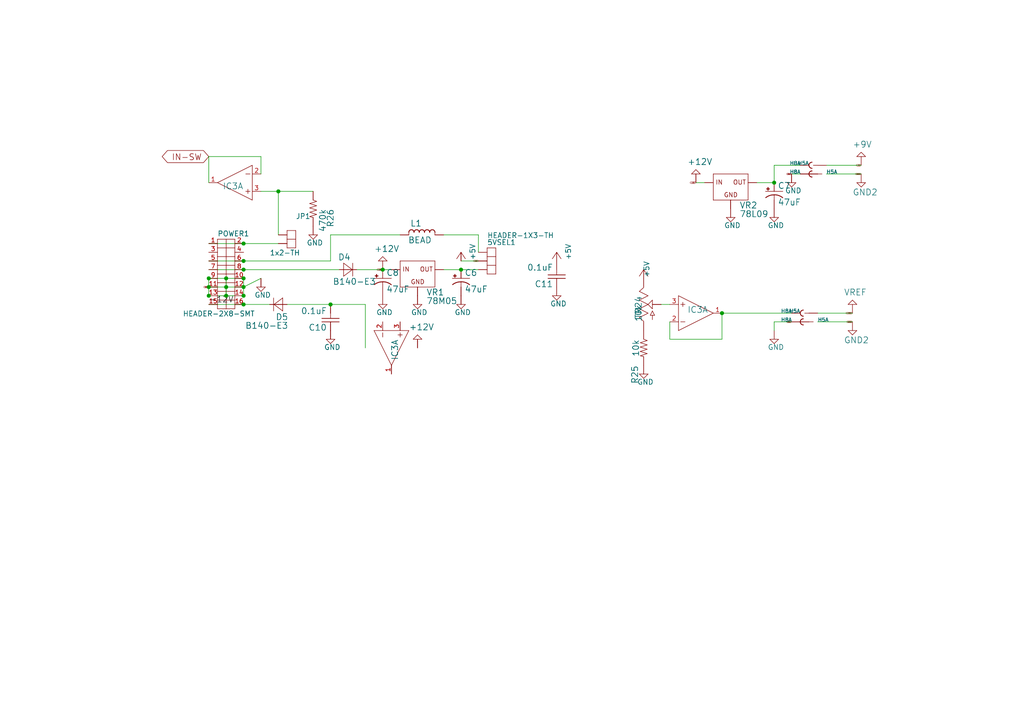
<source format=kicad_sch>
(kicad_sch (version 20210615) (generator eeschema)
  (paper "User" 299.009 210.007)
  (lib_symbols
    (symbol "clocker-12b-eagle-import:+12V" (power) (pin_names (offset 1.016))
      (property "Value" "+12V" (at -2.54 2.54 0))
      (symbol "+12V_1_0"
        (polyline (pts (xy -1.27 0) (xy 1.27 0)))
        (polyline (pts (xy 0 1.27) (xy -1.27 0)))
        (polyline (pts (xy 1.27 0) (xy 0 1.27)))
        (pin power_in line (at 0 -2.54 90) (length 2.54) (name "+12V") (number "1"))
      )
    )
    (symbol "clocker-12b-eagle-import:+5V" (power) (pin_names (offset 1.016))
      (property "Value" "+5V" (at -2.54 -5.08 90))
      (symbol "+5V_1_0"
        (polyline (pts (xy 0 0) (xy -1.27 -1.905)))
        (polyline (pts (xy 1.27 -1.905) (xy 0 0)))
        (pin power_in line (at 0 -2.54 90) (length 2.54) (name "+5V") (number "1"))
      )
    )
    (symbol "clocker-12b-eagle-import:+9V" (power) (pin_names (offset 1.016))
      (property "Value" "+9V" (at -2.54 2.54 0))
      (symbol "+9V_1_0"
        (polyline (pts (xy -1.27 0) (xy 1.27 0)))
        (polyline (pts (xy 0 1.27) (xy -1.27 0)))
        (polyline (pts (xy 1.27 0) (xy 0 1.27)))
        (pin power_in line (at 0 -2.54 90) (length 2.54) (name "+9V") (number "1"))
      )
    )
    (symbol "clocker-12b-eagle-import:AGND" (power) (pin_names (offset 1.016))
      (property "Value" "AGND" (at -2.54 -3.81 0))
      (symbol "AGND_1_0"
        (polyline (pts (xy -1.27 0) (xy 0 -1.27)))
        (polyline (pts (xy 0 -1.27) (xy 1.27 0)))
        (polyline (pts (xy 1.27 0) (xy -1.27 0)))
        (pin power_in line (at 0 2.54 270) (length 2.54) (name "AGND") (number "1"))
      )
    )
    (symbol "clocker-12b-eagle-import:C-POL5" (pin_names (offset 1.016))
      (property "Reference" "C" (at 1.016 0.635 0))
      (property "Value" "C-POL5" (at 1.016 -4.191 0))
      (symbol "C-POL5_1_0"
        (arc (start 0 -1.016) (end -2.4638 -1.8288) (radius (at 0 -5.0546) (length 4.0386) (angles 90 127.4)) (stroke (width 0.254)))
        (arc (start 2.4892 -1.8542) (end 0 -0.9906) (radius (at 0 -5.0292) (length 4.0386) (angles 51.9 90)) (stroke (width 0.254)))
        (rectangle (start -2.2352 0.6604) (end -1.3462 0.7874) (fill (type outline)))
        (rectangle (start -1.8542 0.2794) (end -1.7272 1.1684) (fill (type outline)))
        (polyline (pts (xy -2.54 0) (xy 2.54 0)))
        (polyline (pts (xy 0 -1.016) (xy 0 -2.54)))
        (pin passive line (at 0 2.54 270) (length 2.54) (name "+") (number "+"))
        (pin passive line (at 0 -5.08 90) (length 2.54) (name "-") (number "-"))
      )
    )
    (symbol "clocker-12b-eagle-import:CB" (pin_names (offset 1.016))
      (property "Reference" "C" (at 1.016 0.635 0))
      (property "Value" "CB" (at 1.016 -4.191 0))
      (symbol "CB_1_0"
        (polyline (pts (xy -2.54 -1.016) (xy 2.54 -1.016)))
        (polyline (pts (xy -2.54 -1.016) (xy 2.54 -1.016)))
        (polyline (pts (xy -2.54 0) (xy 2.54 0)))
        (polyline (pts (xy -2.54 0) (xy 2.54 0)))
        (polyline (pts (xy 0 -1.016) (xy 0 -2.54)))
        (pin passive line (at 0 2.54 270) (length 2.54) (name "1") (number "1"))
        (pin passive line (at 0 -5.08 90) (length 2.54) (name "2") (number "2"))
      )
    )
    (symbol "clocker-12b-eagle-import:DA" (pin_names (offset 1.016))
      (property "Reference" "D" (at -2.9464 2.6416 0))
      (property "Value" "DA" (at -4.4704 -4.4958 0))
      (symbol "DA_1_0"
        (polyline (pts (xy -1.27 -1.905) (xy 1.27 0)))
        (polyline (pts (xy -1.27 1.905) (xy -1.27 -1.905)))
        (polyline (pts (xy 1.27 0) (xy -1.27 1.905)))
        (polyline (pts (xy 1.397 1.905) (xy 1.397 -1.905)))
        (pin passive line (at -2.54 0 0) (length 2.54) (name "A") (number "A"))
        (pin passive line (at 2.54 0 180) (length 2.54) (name "C") (number "K"))
      )
    )
    (symbol "clocker-12b-eagle-import:GND" (power) (pin_names (offset 1.016))
      (property "Value" "GND" (at -1.905 -3.175 0))
      (symbol "GND_1_0"
        (polyline (pts (xy -1.27 0) (xy 1.27 0)))
        (polyline (pts (xy 0 -1.27) (xy -1.27 0)))
        (polyline (pts (xy 1.27 0) (xy 0 -1.27)))
        (pin power_in line (at 0 2.54 270) (length 2.54) (name "GND") (number "1"))
      )
    )
    (symbol "clocker-12b-eagle-import:HEADER-1X2" (pin_names (offset 1.016))
      (property "Reference" "H" (at -2.54 4.572 0))
      (property "Value" "HEADER-1X2" (at -2.54 -3.556 0))
      (symbol "HEADER-1X2_1_0"
        (polyline (pts (xy -2.54 -1.27) (xy 0 -1.27)))
        (polyline (pts (xy -2.54 1.27) (xy -2.54 -1.27)))
        (polyline (pts (xy -2.54 3.81) (xy -2.54 1.27)))
        (polyline (pts (xy 0 1.27) (xy -2.54 1.27)))
        (polyline (pts (xy 0 1.27) (xy 0 -1.27)))
        (polyline (pts (xy 0 3.81) (xy -2.54 3.81)))
        (polyline (pts (xy 0 3.81) (xy 0 1.27)))
        (pin bidirectional line (at -5.08 2.54 0) (length 2.54) (name "P$1") (number "P$1"))
        (pin bidirectional line (at -5.08 0 0) (length 2.54) (name "P$2") (number "P$2"))
      )
    )
    (symbol "clocker-12b-eagle-import:HEADER-1X3" (pin_names (offset 1.016))
      (property "Reference" "JP" (at 0 7.112 0))
      (property "Value" "HEADER-1X3" (at 0 -3.556 0))
      (symbol "HEADER-1X3_1_0"
        (polyline (pts (xy 0 -1.27) (xy 0 1.27)))
        (polyline (pts (xy 0 1.27) (xy 2.54 1.27)))
        (polyline (pts (xy 0 3.81) (xy 0 1.27)))
        (polyline (pts (xy 0 6.35) (xy 0 3.81)))
        (polyline (pts (xy 2.54 -1.27) (xy 0 -1.27)))
        (polyline (pts (xy 2.54 1.27) (xy 2.54 -1.27)))
        (polyline (pts (xy 2.54 3.81) (xy 0 3.81)))
        (polyline (pts (xy 2.54 3.81) (xy 2.54 1.27)))
        (polyline (pts (xy 2.54 6.35) (xy 0 6.35)))
        (polyline (pts (xy 2.54 6.35) (xy 2.54 3.81)))
        (pin bidirectional line (at -2.54 5.08 0) (length 2.54) (name "P$1") (number "P$1"))
        (pin bidirectional line (at -2.54 2.54 0) (length 2.54) (name "P$2") (number "P$2"))
        (pin bidirectional line (at -2.54 0 0) (length 2.54) (name "P$3") (number "P$3"))
      )
    )
    (symbol "clocker-12b-eagle-import:HEADER-2X3-B2B-FEMALETH-BOT" (pin_names (offset 1.016))
      (property "Reference" "H" (at 0.127 0 0))
      (symbol "HEADER-2X3-B2B-FEMALETH-BOT_1_0"
        (arc (start 3.429 0.889) (end 3.429 -0.889) (radius (at 3.429 0) (length 0.889) (angles 90.1 -90.1)) (stroke (width 0.254)))
        (pin passive line (at 0 0 0) (length 2.54) (name "B") (number "P$1"))
      )
      (symbol "HEADER-2X3-B2B-FEMALETH-BOT_2_0"
        (arc (start 3.429 0.889) (end 3.429 -0.889) (radius (at 3.429 0) (length 0.889) (angles 90.1 -90.1)) (stroke (width 0.254)))
        (pin passive line (at 0 0 0) (length 2.54) (name "B") (number "P$2"))
      )
      (symbol "HEADER-2X3-B2B-FEMALETH-BOT_3_0"
        (arc (start 3.429 0.889) (end 3.429 -0.889) (radius (at 3.429 0) (length 0.889) (angles 90.1 -90.1)) (stroke (width 0.254)))
        (pin passive line (at 0 0 0) (length 2.54) (name "B") (number "P$3"))
      )
      (symbol "HEADER-2X3-B2B-FEMALETH-BOT_4_0"
        (arc (start 3.429 0.889) (end 3.429 -0.889) (radius (at 3.429 0) (length 0.889) (angles 90.1 -90.1)) (stroke (width 0.254)))
        (pin passive line (at 0 0 0) (length 2.54) (name "B") (number "P$4"))
      )
      (symbol "HEADER-2X3-B2B-FEMALETH-BOT_5_0"
        (arc (start 3.429 0.889) (end 3.429 -0.889) (radius (at 3.429 0) (length 0.889) (angles 90.1 -90.1)) (stroke (width 0.254)))
        (pin passive line (at 0 0 0) (length 2.54) (name "B") (number "P$5"))
      )
      (symbol "HEADER-2X3-B2B-FEMALETH-BOT_6_0"
        (arc (start 3.429 0.889) (end 3.429 -0.889) (radius (at 3.429 0) (length 0.889) (angles 90.1 -90.1)) (stroke (width 0.254)))
        (pin passive line (at 0 0 0) (length 2.54) (name "B") (number "P$6"))
      )
    )
    (symbol "clocker-12b-eagle-import:HEADER-2X3-B2B-MALESMT" (pin_names (offset 1.016))
      (property "Reference" "H" (at 2.54 0 0))
      (symbol "HEADER-2X3-B2B-MALESMT_1_0"
        (polyline (pts (xy 0 0) (xy 1.27 0)))
        (pin passive line (at -2.54 0 0) (length 2.54) (name "S") (number "1"))
      )
      (symbol "HEADER-2X3-B2B-MALESMT_2_0"
        (polyline (pts (xy 0 0) (xy 1.27 0)))
        (pin passive line (at -2.54 0 0) (length 2.54) (name "S") (number "3"))
      )
      (symbol "HEADER-2X3-B2B-MALESMT_3_0"
        (polyline (pts (xy 0 0) (xy 1.27 0)))
        (pin passive line (at -2.54 0 0) (length 2.54) (name "S") (number "5"))
      )
      (symbol "HEADER-2X3-B2B-MALESMT_4_0"
        (polyline (pts (xy 0 0) (xy -1.27 0)))
        (pin passive line (at 2.54 0 180) (length 2.54) (name "S") (number "2"))
      )
      (symbol "HEADER-2X3-B2B-MALESMT_5_0"
        (polyline (pts (xy 0 0) (xy -1.27 0)))
        (pin passive line (at 2.54 0 180) (length 2.54) (name "S") (number "4"))
      )
      (symbol "HEADER-2X3-B2B-MALESMT_6_0"
        (polyline (pts (xy 0 0) (xy -1.27 0)))
        (pin passive line (at 2.54 0 180) (length 2.54) (name "S") (number "6"))
      )
    )
    (symbol "clocker-12b-eagle-import:HEADER-2X8SHRD" (pin_names (offset 1.016))
      (property "Reference" "H" (at -2.54 12.192 0))
      (property "Value" "HEADER-2X8SHRD" (at -2.54 -11.176 0))
      (symbol "HEADER-2X8SHRD_1_0"
        (polyline (pts (xy -2.54 -8.89) (xy 0 -8.89)))
        (polyline (pts (xy -2.54 -6.35) (xy -2.54 -8.89)))
        (polyline (pts (xy -2.54 -6.35) (xy 2.54 -6.35)))
        (polyline (pts (xy -2.54 -3.81) (xy -2.54 -6.35)))
        (polyline (pts (xy -2.54 -3.81) (xy 2.54 -3.81)))
        (polyline (pts (xy -2.54 -1.27) (xy -2.54 -3.81)))
        (polyline (pts (xy -2.54 1.27) (xy -2.54 -1.27)))
        (polyline (pts (xy -2.54 1.27) (xy 2.54 1.27)))
        (polyline (pts (xy -2.54 3.81) (xy -2.54 1.27)))
        (polyline (pts (xy -2.54 6.35) (xy -2.54 3.81)))
        (polyline (pts (xy -2.54 6.35) (xy 2.54 6.35)))
        (polyline (pts (xy -2.54 8.89) (xy -2.54 6.35)))
        (polyline (pts (xy -2.54 11.43) (xy -2.54 8.89)))
        (polyline (pts (xy 0 -8.89) (xy 2.54 -8.89)))
        (polyline (pts (xy 0 11.43) (xy -2.54 11.43)))
        (polyline (pts (xy 0 11.43) (xy 0 -8.89)))
        (polyline (pts (xy 2.54 -8.89) (xy 2.54 -6.35)))
        (polyline (pts (xy 2.54 -6.35) (xy 2.54 -3.81)))
        (polyline (pts (xy 2.54 -3.81) (xy 2.54 -1.27)))
        (polyline (pts (xy 2.54 -1.27) (xy -2.54 -1.27)))
        (polyline (pts (xy 2.54 -1.27) (xy 2.54 1.27)))
        (polyline (pts (xy 2.54 1.27) (xy 2.54 3.81)))
        (polyline (pts (xy 2.54 3.81) (xy -2.54 3.81)))
        (polyline (pts (xy 2.54 3.81) (xy 2.54 6.35)))
        (polyline (pts (xy 2.54 6.35) (xy 2.54 8.89)))
        (polyline (pts (xy 2.54 8.89) (xy -2.54 8.89)))
        (polyline (pts (xy 2.54 8.89) (xy 2.54 11.43)))
        (polyline (pts (xy 2.54 11.43) (xy 0 11.43)))
        (pin bidirectional line (at -5.08 10.16 0) (length 2.54) (name "P$1") (number "1"))
        (pin bidirectional line (at 5.08 0 180) (length 2.54) (name "P$10") (number "10"))
        (pin bidirectional line (at -5.08 -2.54 0) (length 2.54) (name "P$11") (number "11"))
        (pin bidirectional line (at 5.08 -2.54 180) (length 2.54) (name "P$12") (number "12"))
        (pin bidirectional line (at -5.08 -5.08 0) (length 2.54) (name "P$13") (number "13"))
        (pin bidirectional line (at 5.08 -5.08 180) (length 2.54) (name "P$14") (number "14"))
        (pin bidirectional line (at -5.08 -7.62 0) (length 2.54) (name "P$15") (number "15"))
        (pin bidirectional line (at 5.08 -7.62 180) (length 2.54) (name "P$16") (number "16"))
        (pin bidirectional line (at 5.08 10.16 180) (length 2.54) (name "P$2") (number "2"))
        (pin bidirectional line (at -5.08 7.62 0) (length 2.54) (name "P$3") (number "3"))
        (pin bidirectional line (at 5.08 7.62 180) (length 2.54) (name "P$4") (number "4"))
        (pin bidirectional line (at -5.08 5.08 0) (length 2.54) (name "P$5") (number "5"))
        (pin bidirectional line (at 5.08 5.08 180) (length 2.54) (name "P$6") (number "6"))
        (pin bidirectional line (at -5.08 2.54 0) (length 2.54) (name "P$7") (number "7"))
        (pin bidirectional line (at 5.08 2.54 180) (length 2.54) (name "P$8") (number "8"))
        (pin bidirectional line (at -5.08 0 0) (length 2.54) (name "P$9") (number "9"))
      )
    )
    (symbol "clocker-12b-eagle-import:LB" (pin_names (offset 1.016))
      (property "Reference" "L" (at -2.159 2.3368 0))
      (property "Value" "LB" (at -2.794 -2.54 0))
      (symbol "LB_1_0"
        (arc (start -1.016 0.762) (end -2.54 0.762) (radius (at -1.778 0.7366) (length 0.762) (angles 1.9 178.1)) (stroke (width 0.254)))
        (arc (start 0.508 0.762) (end -1.016 0.762) (radius (at -0.254 0.7366) (length 0.762) (angles 1.9 178.1)) (stroke (width 0.254)))
        (arc (start 2.032 0.762) (end 0.508 0.762) (radius (at 1.27 0.7366) (length 0.762) (angles 1.9 178.1)) (stroke (width 0.254)))
        (arc (start 3.556 0.762) (end 2.032 0.762) (radius (at 2.794 0.7366) (length 0.762) (angles 1.9 178.1)) (stroke (width 0.254)))
        (arc (start 5.08 0.762) (end 3.556 0.762) (radius (at 4.318 0.7366) (length 0.762) (angles 1.9 178.1)) (stroke (width 0.254)))
        (polyline (pts (xy -2.54 0.762) (xy -2.54 0)))
        (polyline (pts (xy 5.08 0.762) (xy 5.08 0)))
        (pin passive line (at -5.08 0 0) (length 2.54) (name "1") (number "1"))
        (pin passive line (at 7.62 0 180) (length 2.54) (name "4") (number "2"))
      )
    )
    (symbol "clocker-12b-eagle-import:OPAMP-2TL072M" (pin_names (offset 1.016))
      (property "Reference" "IC" (at -2.54 0 0))
      (symbol "OPAMP-2TL072M_1_0"
        (polyline (pts (xy -5.08 -5.08) (xy 5.08 0)))
        (polyline (pts (xy -5.08 5.08) (xy -5.08 -5.08)))
        (polyline (pts (xy -4.445 -2.54) (xy -3.175 -2.54)))
        (polyline (pts (xy -4.445 2.54) (xy -3.175 2.54)))
        (polyline (pts (xy -3.81 3.175) (xy -3.81 1.905)))
        (polyline (pts (xy 5.08 0) (xy -5.08 5.08)))
        (pin output line (at 7.62 0 180) (length 2.54) (name "OUT") (number "1"))
        (pin input line (at -7.62 -2.54 0) (length 2.54) (name "-IN") (number "2"))
        (pin input line (at -7.62 2.54 0) (length 2.54) (name "+IN") (number "3"))
      )
      (symbol "OPAMP-2TL072M_2_0"
        (polyline (pts (xy -5.08 -5.08) (xy 5.08 0)))
        (polyline (pts (xy -5.08 5.08) (xy -5.08 -5.08)))
        (polyline (pts (xy -4.445 -2.54) (xy -3.175 -2.54)))
        (polyline (pts (xy -4.445 2.54) (xy -3.175 2.54)))
        (polyline (pts (xy -3.81 3.175) (xy -3.81 1.905)))
        (polyline (pts (xy 5.08 0) (xy -5.08 5.08)))
        (pin input line (at -7.62 2.54 0) (length 2.54) (name "+IN") (number "5"))
        (pin input line (at -7.62 -2.54 0) (length 2.54) (name "-IN") (number "6"))
        (pin output line (at 7.62 0 180) (length 2.54) (name "OUT") (number "7"))
      )
      (symbol "OPAMP-2TL072M_3_0"
        (text "V+" (at 1.27 3.175 900) (effects (font (size 0.6858 0.6858)) (justify left bottom)))
        (text "V-" (at 1.27 -4.445 900) (effects (font (size 0.6858 0.6858)) (justify left bottom)))
        (pin power_in line (at 0 -7.62 90) (length 5.08) (name "V-") (number "4"))
        (pin power_in line (at 0 7.62 270) (length 5.08) (name "V+") (number "8"))
      )
    )
    (symbol "clocker-12b-eagle-import:POT-MI" (pin_names (offset 1.016))
      (property "Reference" "R" (at -5.08 -5.08 90))
      (property "Value" "POT-MI" (at -2.54 -5.08 90))
      (symbol "POT-MI_1_0"
        (polyline (pts (xy -1.27 -3.81) (xy 0 -4.953)))
        (polyline (pts (xy -1.27 -1.27) (xy 1.27 -2.54)))
        (polyline (pts (xy -1.27 1.27) (xy 1.27 0)))
        (polyline (pts (xy -1.27 3.81) (xy 1.27 2.54)))
        (polyline (pts (xy 0 4.953) (xy -1.27 3.81)))
        (polyline (pts (xy 1.27 -2.54) (xy -1.27 -3.81)))
        (polyline (pts (xy 1.27 0) (xy -1.27 -1.27)))
        (polyline (pts (xy 1.27 0) (xy 2.54 1.27)))
        (polyline (pts (xy 1.27 2.54) (xy -1.27 1.27)))
        (polyline (pts (xy 1.905 -3.175) (xy 2.54 -3.175)))
        (polyline (pts (xy 2.54 -4.445) (xy 2.54 -3.175)))
        (polyline (pts (xy 2.54 -3.175) (xy 3.175 -3.175)))
        (polyline (pts (xy 2.54 -1.905) (xy 1.905 -3.175)))
        (polyline (pts (xy 2.54 -1.27) (xy 1.27 0)))
        (polyline (pts (xy 2.54 1.27) (xy 2.54 -1.27)))
        (polyline (pts (xy 3.175 -3.175) (xy 2.54 -1.905)))
        (pin passive line (at 0 -7.62 90) (length 2.54) (name "1") (number "1"))
        (pin passive line (at 5.08 0 180) (length 2.54) (name "2") (number "2"))
        (pin passive line (at 0 7.62 270) (length 2.54) (name "3") (number "3"))
      )
    )
    (symbol "clocker-12b-eagle-import:RB" (pin_names (offset 1.016))
      (property "Reference" "R" (at -2.54 1.4986 0))
      (property "Value" "RB" (at -5.08 -3.302 0))
      (symbol "RB_1_0"
        (polyline (pts (xy -2.54 0) (xy -2.159 1.016)))
        (polyline (pts (xy -2.159 1.016) (xy -1.524 -1.016)))
        (polyline (pts (xy -1.524 -1.016) (xy -0.889 1.016)))
        (polyline (pts (xy -0.889 1.016) (xy -0.254 -1.016)))
        (polyline (pts (xy -0.254 -1.016) (xy 0.381 1.016)))
        (polyline (pts (xy 0.381 1.016) (xy 1.016 -1.016)))
        (polyline (pts (xy 1.016 -1.016) (xy 1.651 1.016)))
        (polyline (pts (xy 1.651 1.016) (xy 2.286 -1.016)))
        (polyline (pts (xy 2.286 -1.016) (xy 2.54 0)))
        (pin passive line (at -5.08 0 0) (length 2.54) (name "1") (number "1"))
        (pin passive line (at 5.08 0 180) (length 2.54) (name "2") (number "2"))
      )
    )
    (symbol "clocker-12b-eagle-import:VREF" (power) (pin_names (offset 1.016))
      (property "Value" "VREF" (at -2.54 2.54 0))
      (symbol "VREF_1_0"
        (polyline (pts (xy -1.27 0) (xy 1.27 0)))
        (polyline (pts (xy 0 1.27) (xy -1.27 0)))
        (polyline (pts (xy 1.27 0) (xy 0 1.27)))
        (pin power_in line (at 0 -2.54 90) (length 2.54) (name "+VREF") (number "1"))
      )
    )
    (symbol "clocker-12b-eagle-import:VREG-POS78A" (pin_names (offset 1.016))
      (property "Reference" "VR" (at 2.54 -7.62 0))
      (property "Value" "VREG-POS78A" (at 2.54 -10.16 0))
      (symbol "VREG-POS78A_1_0"
        (text "GND" (at -2.032 -4.318 0) (effects (font (size 1.2954 1.2954)) (justify left bottom)))
        (text "IN" (at -4.445 -0.635 0) (effects (font (size 1.2954 1.2954)) (justify left bottom)))
        (text "OUT" (at 0.635 -0.635 0) (effects (font (size 1.2954 1.2954)) (justify left bottom)))
        (polyline (pts (xy -5.08 -5.08) (xy 5.08 -5.08)))
        (polyline (pts (xy -5.08 2.54) (xy -5.08 -5.08)))
        (polyline (pts (xy 5.08 -5.08) (xy 5.08 2.54)))
        (polyline (pts (xy 5.08 2.54) (xy -5.08 2.54)))
        (pin input line (at -7.62 0 0) (length 2.54) (name "IN") (number "1"))
        (pin passive line (at 7.62 0 180) (length 2.54) (name "OUT") (number "3"))
        (pin input line (at 0 -7.62 90) (length 2.54) (name "GND") (number "4"))
      )
    )
    (symbol "clocker-12b-eagle-import:VREG-POS78R" (pin_names (offset 1.016))
      (property "Reference" "VR" (at 2.54 -7.62 0))
      (property "Value" "VREG-POS78R" (at 2.54 -10.16 0))
      (symbol "VREG-POS78R_1_0"
        (text "GND" (at -2.032 -4.318 0) (effects (font (size 1.2954 1.2954)) (justify left bottom)))
        (text "IN" (at -4.445 -0.635 0) (effects (font (size 1.2954 1.2954)) (justify left bottom)))
        (text "OUT" (at 0.635 -0.635 0) (effects (font (size 1.2954 1.2954)) (justify left bottom)))
        (polyline (pts (xy -5.08 -5.08) (xy 5.08 -5.08)))
        (polyline (pts (xy -5.08 2.54) (xy -5.08 -5.08)))
        (polyline (pts (xy 5.08 -5.08) (xy 5.08 2.54)))
        (polyline (pts (xy 5.08 2.54) (xy -5.08 2.54)))
        (pin passive line (at 7.62 0 180) (length 2.54) (name "OUT") (number "1"))
        (pin input line (at 0 -7.62 90) (length 2.54) (name "GND") (number "2A"))
        (pin input line (at 0 -7.62 90) (length 2.54) (name "GND") (number "2B"))
        (pin input line (at -7.62 0 0) (length 2.54) (name "IN") (number "3"))
      )
    )
  )
  (junction (at 60.96 81.28) (diameter 1.016))
  (junction (at 60.96 83.82) (diameter 1.016))
  (junction (at 60.96 86.36) (diameter 1.016))
  (junction (at 66.04 81.28) (diameter 1.016))
  (junction (at 66.04 83.82) (diameter 1.016))
  (junction (at 66.04 86.36) (diameter 1.016))
  (junction (at 71.12 71.12) (diameter 1.016))
  (junction (at 71.12 76.2) (diameter 1.016))
  (junction (at 71.12 78.74) (diameter 1.016))
  (junction (at 71.12 81.28) (diameter 1.016))
  (junction (at 71.12 83.82) (diameter 1.016))
  (junction (at 71.12 86.36) (diameter 1.016))
  (junction (at 71.12 88.9) (diameter 1.016))
  (junction (at 81.28 55.88) (diameter 1.016))
  (junction (at 96.52 88.9) (diameter 1.016))
  (junction (at 111.76 78.74) (diameter 1.016))
  (junction (at 134.62 78.74) (diameter 1.016))
  (junction (at 210.82 91.44) (diameter 1.016))
  (junction (at 226.06 53.34) (diameter 1.016))
  (wire (pts (xy 60.96 45.72) (xy 60.96 53.34)))
  (wire (pts (xy 60.96 71.12) (xy 71.12 71.12)))
  (wire (pts (xy 60.96 78.74) (xy 71.12 78.74)))
  (wire (pts (xy 60.96 81.28) (xy 66.04 81.28)))
  (wire (pts (xy 60.96 83.82) (xy 60.96 81.28)))
  (wire (pts (xy 60.96 83.82) (xy 66.04 83.82)))
  (wire (pts (xy 60.96 86.36) (xy 60.96 83.82)))
  (wire (pts (xy 66.04 81.28) (xy 66.04 83.82)))
  (wire (pts (xy 66.04 81.28) (xy 71.12 81.28)))
  (wire (pts (xy 66.04 83.82) (xy 66.04 86.36)))
  (wire (pts (xy 66.04 83.82) (xy 71.12 83.82)))
  (wire (pts (xy 66.04 86.36) (xy 60.96 86.36)))
  (wire (pts (xy 71.12 71.12) (xy 81.28 71.12)))
  (wire (pts (xy 71.12 76.2) (xy 60.96 76.2)))
  (wire (pts (xy 71.12 76.2) (xy 96.52 76.2)))
  (wire (pts (xy 71.12 78.74) (xy 99.06 78.74)))
  (wire (pts (xy 71.12 81.28) (xy 71.12 83.82)))
  (wire (pts (xy 71.12 86.36) (xy 66.04 86.36)))
  (wire (pts (xy 71.12 86.36) (xy 71.12 83.82)))
  (wire (pts (xy 71.12 88.9) (xy 60.96 88.9)))
  (wire (pts (xy 71.12 88.9) (xy 78.74 88.9)))
  (wire (pts (xy 76.2 45.72) (xy 60.96 45.72)))
  (wire (pts (xy 76.2 50.8) (xy 76.2 45.72)))
  (wire (pts (xy 76.2 81.28) (xy 71.12 83.82)))
  (wire (pts (xy 81.28 55.88) (xy 76.2 55.88)))
  (wire (pts (xy 81.28 68.58) (xy 81.28 55.88)))
  (wire (pts (xy 83.82 88.9) (xy 96.52 88.9)))
  (wire (pts (xy 91.44 55.88) (xy 81.28 55.88)))
  (wire (pts (xy 96.52 68.58) (xy 116.84 68.58)))
  (wire (pts (xy 96.52 76.2) (xy 96.52 68.58)))
  (wire (pts (xy 96.52 88.9) (xy 106.68 88.9)))
  (wire (pts (xy 104.14 78.74) (xy 111.76 78.74)))
  (wire (pts (xy 106.68 88.9) (xy 106.68 101.6)))
  (wire (pts (xy 111.76 78.74) (xy 114.3 78.74)))
  (wire (pts (xy 129.54 78.74) (xy 134.62 78.74)))
  (wire (pts (xy 134.62 78.74) (xy 139.7 78.74)))
  (wire (pts (xy 139.7 68.58) (xy 129.54 68.58)))
  (wire (pts (xy 139.7 73.66) (xy 139.7 68.58)))
  (wire (pts (xy 139.7 76.2) (xy 134.62 76.2)))
  (wire (pts (xy 195.58 88.9) (xy 193.04 88.9)))
  (wire (pts (xy 195.58 93.98) (xy 195.58 99.06)))
  (wire (pts (xy 195.58 99.06) (xy 210.82 99.06)))
  (wire (pts (xy 203.2 53.34) (xy 205.74 53.34)))
  (wire (pts (xy 210.82 91.44) (xy 231.14 91.44)))
  (wire (pts (xy 210.82 99.06) (xy 210.82 91.44)))
  (wire (pts (xy 226.06 48.26) (xy 233.68 48.26)))
  (wire (pts (xy 226.06 53.34) (xy 220.98 53.34)))
  (wire (pts (xy 226.06 53.34) (xy 226.06 48.26)))
  (wire (pts (xy 226.06 93.98) (xy 226.06 96.52)))
  (wire (pts (xy 231.14 50.8) (xy 233.68 50.8)))
  (wire (pts (xy 231.14 93.98) (xy 226.06 93.98)))
  (wire (pts (xy 248.92 91.44) (xy 238.76 91.44)))
  (wire (pts (xy 248.92 93.98) (xy 238.76 93.98)))
  (wire (pts (xy 251.46 48.26) (xy 241.3 48.26)))
  (wire (pts (xy 251.46 50.8) (xy 241.3 50.8)))
  (label "-12V" (at 60.96 88.9 0) (effects (font (size 1.778 1.778))))
  (global_label "IN-SW" (shape bidirectional) (at 60.96 45.72 180) (effects (font (size 1.778 1.778))) (property "Intersheet References" "${INTERSHEET_REFS}" (effects hide)))
  (global_label "GND" (shape bidirectional) (at 60.96 83.82 180) (effects (font (size 0.254 0.254))) (property "Intersheet References" "${INTERSHEET_REFS}" (effects hide)))
  (global_label "+12V" (shape bidirectional) (at 111.76 78.74 180) (effects (font (size 0.254 0.254))) (property "Intersheet References" "${INTERSHEET_REFS}" (effects hide)))
  (global_label "+5V" (shape bidirectional) (at 139.7 76.2 180) (effects (font (size 0.254 0.254))) (property "Intersheet References" "${INTERSHEET_REFS}" (effects hide)))
  (global_label "+12V" (shape bidirectional) (at 203.2 53.34 180) (effects (font (size 0.254 0.254))) (property "Intersheet References" "${INTERSHEET_REFS}" (effects hide)))
  (global_label "GND" (shape bidirectional) (at 231.14 50.8 180) (effects (font (size 0.254 0.254))) (property "Intersheet References" "${INTERSHEET_REFS}" (effects hide)))
  (global_label "GND" (shape bidirectional) (at 231.14 93.98 180) (effects (font (size 0.254 0.254))) (property "Intersheet References" "${INTERSHEET_REFS}" (effects hide)))
  (global_label "+VREF" (shape bidirectional) (at 248.92 91.44 180) (effects (font (size 0.254 0.254))) (property "Intersheet References" "${INTERSHEET_REFS}" (effects hide)))
  (global_label "AGND" (shape bidirectional) (at 248.92 93.98 180) (effects (font (size 0.254 0.254))) (property "Intersheet References" "${INTERSHEET_REFS}" (effects hide)))
  (global_label "+9V" (shape bidirectional) (at 251.46 48.26 180) (effects (font (size 0.254 0.254))) (property "Intersheet References" "${INTERSHEET_REFS}" (effects hide)))
  (global_label "AGND" (shape bidirectional) (at 251.46 50.8 180) (effects (font (size 0.254 0.254))) (property "Intersheet References" "${INTERSHEET_REFS}" (effects hide)))
  (symbol (lib_id "clocker-12b-eagle-import:HEADER-2X3-B2B-MALESMT") (at 236.22 91.44 0) (mirror y) (unit 1)
    (property "Reference" "H5" (at 233.68 91.44 0) (effects (font (size 1.0668 1.0668)) (justify left bottom)))
    (property "Value" "HEADER-2X3-B2B-MALESMT" (effects hide))
    (property "Footprint" "clocker-12b:HEADER-2X3-SMT" (effects hide))
  )
  (symbol (lib_id "clocker-12b-eagle-import:HEADER-2X3-B2B-MALESMT") (at 236.22 93.98 0) (unit 1)
    (property "Reference" "H5" (at 238.76 93.98 0) (effects (font (size 1.0668 1.0668)) (justify left bottom)))
    (property "Value" "HEADER-2X3-B2B-MALESMT" (effects hide))
    (property "Footprint" "clocker-12b:HEADER-2X3-SMT" (effects hide))
  )
  (symbol (lib_id "clocker-12b-eagle-import:HEADER-2X3-B2B-MALESMT") (at 238.76 48.26 0) (mirror y) (unit 1)
    (property "Reference" "H5" (at 236.22 48.26 0) (effects (font (size 1.0668 1.0668)) (justify left bottom)))
    (property "Value" "HEADER-2X3-B2B-MALESMT" (effects hide))
    (property "Footprint" "clocker-12b:HEADER-2X3-SMT" (effects hide))
  )
  (symbol (lib_id "clocker-12b-eagle-import:HEADER-2X3-B2B-MALESMT") (at 238.76 50.8 0) (unit 1)
    (property "Reference" "H5" (at 241.3 50.8 0) (effects (font (size 1.0668 1.0668)) (justify left bottom)))
    (property "Value" "HEADER-2X3-B2B-MALESMT" (effects hide))
    (property "Footprint" "clocker-12b:HEADER-2X3-SMT" (effects hide))
  )
  (symbol (lib_id "clocker-12b-eagle-import:HEADER-2X3-B2B-FEMALETH-BOT") (at 231.14 91.44 0) (unit 1)
    (property "Reference" "H8" (at 231.267 91.44 0) (effects (font (size 1.0668 1.0668)) (justify right bottom)))
    (property "Value" "HEADER-2X3-B2B-FEMALETH-BOT" (effects hide))
    (property "Footprint" "clocker-12b:HEADER-2X3-TH-BOTTOM" (effects hide))
  )
  (symbol (lib_id "clocker-12b-eagle-import:HEADER-2X3-B2B-FEMALETH-BOT") (at 231.14 93.98 0) (unit 1)
    (property "Reference" "H8" (at 231.267 93.98 0) (effects (font (size 1.0668 1.0668)) (justify right bottom)))
    (property "Value" "HEADER-2X3-B2B-FEMALETH-BOT" (effects hide))
    (property "Footprint" "clocker-12b:HEADER-2X3-TH-BOTTOM" (effects hide))
  )
  (symbol (lib_id "clocker-12b-eagle-import:HEADER-2X3-B2B-FEMALETH-BOT") (at 233.68 48.26 0) (unit 1)
    (property "Reference" "H8" (at 233.807 48.26 0) (effects (font (size 1.0668 1.0668)) (justify right bottom)))
    (property "Value" "HEADER-2X3-B2B-FEMALETH-BOT" (effects hide))
    (property "Footprint" "clocker-12b:HEADER-2X3-TH-BOTTOM" (effects hide))
  )
  (symbol (lib_id "clocker-12b-eagle-import:HEADER-2X3-B2B-FEMALETH-BOT") (at 233.68 50.8 0) (unit 1)
    (property "Reference" "H8" (at 233.807 50.8 0) (effects (font (size 1.0668 1.0668)) (justify right bottom)))
    (property "Value" "HEADER-2X3-B2B-FEMALETH-BOT" (effects hide))
    (property "Footprint" "clocker-12b:HEADER-2X3-TH-BOTTOM" (effects hide))
  )
  (symbol (lib_id "clocker-12b-eagle-import:+5V") (at 134.62 73.66 0) (unit 1)
    (property "Reference" "#P+05" (effects hide))
    (property "Value" "+5V" (at 137.16 71.12 90) (effects (font (size 1.4986 1.4986)) (justify right top)))
  )
  (symbol (lib_id "clocker-12b-eagle-import:+5V") (at 162.56 73.66 0) (unit 1)
    (property "Reference" "#P+011" (effects hide))
    (property "Value" "+5V" (at 165.1 71.12 90) (effects (font (size 1.4986 1.4986)) (justify right top)))
  )
  (symbol (lib_id "clocker-12b-eagle-import:+5V") (at 187.96 78.74 0) (unit 1)
    (property "Reference" "#P+010" (effects hide))
    (property "Value" "+5V" (at 187.96 76.2 90) (effects (font (size 1.4986 1.4986)) (justify right top)))
  )
  (symbol (lib_id "clocker-12b-eagle-import:GND") (at 76.2 83.82 0) (unit 1)
    (property "Reference" "#SUPPLY010" (effects hide))
    (property "Value" "GND" (at 74.295 86.995 0) (effects (font (size 1.4986 1.4986)) (justify left bottom)))
  )
  (symbol (lib_id "clocker-12b-eagle-import:GND") (at 91.44 68.58 0) (unit 1)
    (property "Reference" "#SUPPLY017" (effects hide))
    (property "Value" "GND" (at 89.535 71.755 0) (effects (font (size 1.4986 1.4986)) (justify left bottom)))
  )
  (symbol (lib_id "clocker-12b-eagle-import:GND") (at 96.52 99.06 0) (unit 1)
    (property "Reference" "#SUPPLY018" (effects hide))
    (property "Value" "GND" (at 94.615 102.235 0) (effects (font (size 1.4986 1.4986)) (justify left bottom)))
  )
  (symbol (lib_id "clocker-12b-eagle-import:+12V") (at 111.76 76.2 0) (unit 1)
    (property "Reference" "#+12V01" (effects hide))
    (property "Value" "+12V" (at 109.22 73.66 0) (effects (font (size 1.778 1.778)) (justify left bottom)))
  )
  (symbol (lib_id "clocker-12b-eagle-import:GND") (at 111.76 88.9 0) (unit 1)
    (property "Reference" "#SUPPLY014" (effects hide))
    (property "Value" "GND" (at 109.855 92.075 0) (effects (font (size 1.4986 1.4986)) (justify left bottom)))
  )
  (symbol (lib_id "clocker-12b-eagle-import:GND") (at 121.92 88.9 0) (unit 1)
    (property "Reference" "#SUPPLY012" (effects hide))
    (property "Value" "GND" (at 120.015 92.075 0) (effects (font (size 1.4986 1.4986)) (justify left bottom)))
  )
  (symbol (lib_id "clocker-12b-eagle-import:+12V") (at 121.92 99.06 0) (unit 1)
    (property "Reference" "#+12V04" (effects hide))
    (property "Value" "+12V" (at 119.38 96.52 0) (effects (font (size 1.778 1.778)) (justify left bottom)))
  )
  (symbol (lib_id "clocker-12b-eagle-import:GND") (at 134.62 88.9 0) (unit 1)
    (property "Reference" "#SUPPLY015" (effects hide))
    (property "Value" "GND" (at 132.715 92.075 0) (effects (font (size 1.4986 1.4986)) (justify left bottom)))
  )
  (symbol (lib_id "clocker-12b-eagle-import:GND") (at 162.56 86.36 0) (unit 1)
    (property "Reference" "#SUPPLY021" (effects hide))
    (property "Value" "GND" (at 160.655 89.535 0) (effects (font (size 1.4986 1.4986)) (justify left bottom)))
  )
  (symbol (lib_id "clocker-12b-eagle-import:GND") (at 187.96 109.22 0) (unit 1)
    (property "Reference" "#SUPPLY019" (effects hide))
    (property "Value" "GND" (at 186.055 112.395 0) (effects (font (size 1.4986 1.4986)) (justify left bottom)))
  )
  (symbol (lib_id "clocker-12b-eagle-import:+12V") (at 203.2 50.8 0) (unit 1)
    (property "Reference" "#+12V02" (effects hide))
    (property "Value" "+12V" (at 200.66 48.26 0) (effects (font (size 1.778 1.778)) (justify left bottom)))
  )
  (symbol (lib_id "clocker-12b-eagle-import:GND") (at 213.36 63.5 0) (unit 1)
    (property "Reference" "#SUPPLY013" (effects hide))
    (property "Value" "GND" (at 211.455 66.675 0) (effects (font (size 1.4986 1.4986)) (justify left bottom)))
  )
  (symbol (lib_id "clocker-12b-eagle-import:GND") (at 226.06 63.5 0) (unit 1)
    (property "Reference" "#SUPPLY016" (effects hide))
    (property "Value" "GND" (at 224.155 66.675 0) (effects (font (size 1.4986 1.4986)) (justify left bottom)))
  )
  (symbol (lib_id "clocker-12b-eagle-import:GND") (at 226.06 99.06 0) (unit 1)
    (property "Reference" "#SUPPLY020" (effects hide))
    (property "Value" "GND" (at 224.155 102.235 0) (effects (font (size 1.4986 1.4986)) (justify left bottom)))
  )
  (symbol (lib_id "clocker-12b-eagle-import:GND") (at 231.14 53.34 0) (unit 1)
    (property "Reference" "#SUPPLY011" (effects hide))
    (property "Value" "GND" (at 229.235 56.515 0) (effects (font (size 1.4986 1.4986)) (justify left bottom)))
  )
  (symbol (lib_id "clocker-12b-eagle-import:VREF") (at 248.92 88.9 0) (unit 1)
    (property "Reference" "#U$03" (effects hide))
    (property "Value" "VREF" (at 246.38 86.36 0) (effects (font (size 1.778 1.778)) (justify left bottom)))
  )
  (symbol (lib_id "clocker-12b-eagle-import:AGND") (at 248.92 96.52 0) (unit 1)
    (property "Reference" "#AGND02" (effects hide))
    (property "Value" "GND2" (at 246.38 100.33 0) (effects (font (size 1.778 1.778)) (justify left bottom)))
  )
  (symbol (lib_id "clocker-12b-eagle-import:+9V") (at 251.46 45.72 0) (unit 1)
    (property "Reference" "#+9V04" (effects hide))
    (property "Value" "+9V" (at 248.92 43.18 0) (effects (font (size 1.778 1.778)) (justify left bottom)))
  )
  (symbol (lib_id "clocker-12b-eagle-import:AGND") (at 251.46 53.34 0) (unit 1)
    (property "Reference" "#AGND01" (effects hide))
    (property "Value" "GND2" (at 248.92 57.15 0) (effects (font (size 1.778 1.778)) (justify left bottom)))
  )
  (symbol (lib_id "clocker-12b-eagle-import:RB") (at 91.44 60.96 270) (unit 1)
    (property "Reference" "R26" (at 95.4786 60.96 0) (effects (font (size 1.778 1.778)) (justify left bottom)))
    (property "Value" "470k" (at 93.218 60.96 0) (effects (font (size 1.778 1.778)) (justify left bottom)))
    (property "Footprint" "clocker-12b:R0603" (effects hide))
  )
  (symbol (lib_id "clocker-12b-eagle-import:RB") (at 187.96 101.6 270) (unit 1)
    (property "Reference" "R25" (at 184.3786 106.68 0) (effects (font (size 1.778 1.778)) (justify left bottom)))
    (property "Value" "10k" (at 184.658 99.06 0) (effects (font (size 1.778 1.778)) (justify left bottom)))
    (property "Footprint" "clocker-12b:R0603" (effects hide))
  )
  (symbol (lib_id "clocker-12b-eagle-import:DA") (at 81.28 88.9 180) (unit 1)
    (property "Reference" "D5" (at 84.2264 91.5416 0) (effects (font (size 1.778 1.778)) (justify left bottom)))
    (property "Value" "B140-E3" (at 84.2264 94.0562 0) (effects (font (size 1.778 1.778)) (justify left bottom)))
    (property "Footprint" "clocker-12b:SMA" (effects hide))
  )
  (symbol (lib_id "clocker-12b-eagle-import:DA") (at 101.6 78.74 0) (unit 1)
    (property "Reference" "D4" (at 98.6536 76.0984 0) (effects (font (size 1.778 1.778)) (justify left bottom)))
    (property "Value" "B140-E3" (at 97.1296 83.2358 0) (effects (font (size 1.778 1.778)) (justify left bottom)))
    (property "Footprint" "clocker-12b:SMA" (effects hide))
  )
  (symbol (lib_id "clocker-12b-eagle-import:LB") (at 121.92 68.58 0) (unit 1)
    (property "Reference" "L1" (at 119.761 66.2432 0) (effects (font (size 1.778 1.778)) (justify left bottom)))
    (property "Value" "BEAD" (at 119.126 71.12 0) (effects (font (size 1.778 1.778)) (justify left bottom)))
    (property "Footprint" "clocker-12b:0603" (effects hide))
  )
  (symbol (lib_id "clocker-12b-eagle-import:HEADER-1X2") (at 86.36 71.12 0) (unit 1)
    (property "Reference" "JP1" (at 86.36 64.008 0) (effects (font (size 1.4986 1.4986)) (justify left bottom)))
    (property "Value" "1x2-TH" (at 78.74 74.676 0) (effects (font (size 1.4986 1.4986)) (justify left bottom)))
    (property "Footprint" "clocker-12b:HEADER-1X2-TH" (effects hide))
  )
  (symbol (lib_id "clocker-12b-eagle-import:HEADER-1X3") (at 142.24 78.74 0) (unit 1)
    (property "Reference" "5VSEL1" (at 142.24 71.628 0) (effects (font (size 1.4986 1.4986)) (justify left bottom)))
    (property "Value" "HEADER-1X3-TH" (at 142.24 69.596 0) (effects (font (size 1.4986 1.4986)) (justify left bottom)))
    (property "Footprint" "clocker-12b:HEADER-1X3-TH" (effects hide))
  )
  (symbol (lib_id "clocker-12b-eagle-import:CB") (at 96.52 93.98 180) (unit 1)
    (property "Reference" "C10" (at 95.504 94.615 0) (effects (font (size 1.778 1.778)) (justify left bottom)))
    (property "Value" "0.1uF" (at 95.504 89.789 0) (effects (font (size 1.778 1.778)) (justify left bottom)))
    (property "Footprint" "clocker-12b:C0603" (effects hide))
  )
  (symbol (lib_id "clocker-12b-eagle-import:CB") (at 162.56 81.28 180) (unit 1)
    (property "Reference" "C11" (at 161.544 81.915 0) (effects (font (size 1.778 1.778)) (justify left bottom)))
    (property "Value" "0.1uF" (at 161.544 77.089 0) (effects (font (size 1.778 1.778)) (justify left bottom)))
    (property "Footprint" "clocker-12b:C0603" (effects hide))
  )
  (symbol (lib_id "clocker-12b-eagle-import:C-POL5") (at 111.76 81.28 0) (unit 1)
    (property "Reference" "C8" (at 112.776 80.645 0) (effects (font (size 1.778 1.778)) (justify left bottom)))
    (property "Value" "47uF" (at 112.776 85.471 0) (effects (font (size 1.778 1.778)) (justify left bottom)))
    (property "Footprint" "clocker-12b:C-POL-5" (effects hide))
  )
  (symbol (lib_id "clocker-12b-eagle-import:C-POL5") (at 134.62 81.28 0) (unit 1)
    (property "Reference" "C6" (at 135.636 80.645 0) (effects (font (size 1.778 1.778)) (justify left bottom)))
    (property "Value" "47uF" (at 135.636 85.471 0) (effects (font (size 1.778 1.778)) (justify left bottom)))
    (property "Footprint" "clocker-12b:C-POL-5" (effects hide))
  )
  (symbol (lib_id "clocker-12b-eagle-import:C-POL5") (at 226.06 55.88 0) (unit 1)
    (property "Reference" "C7" (at 227.076 55.245 0) (effects (font (size 1.778 1.778)) (justify left bottom)))
    (property "Value" "47uF" (at 227.076 60.071 0) (effects (font (size 1.778 1.778)) (justify left bottom)))
    (property "Footprint" "clocker-12b:C-POL-5" (effects hide))
  )
  (symbol (lib_id "clocker-12b-eagle-import:POT-MI") (at 187.96 88.9 0) (unit 1)
    (property "Reference" "TR24" (at 185.42 86.36 90) (effects (font (size 1.778 1.778)) (justify right top)))
    (property "Value" "10k" (at 185.42 88.9 90) (effects (font (size 1.778 1.778)) (justify right top)))
    (property "Footprint" "clocker-12b:PIHER-6MM" (effects hide))
    (property "USE" "LED DIM" (effects hide))
  )
  (symbol (lib_id "clocker-12b-eagle-import:OPAMP-2TL072M") (at 68.58 53.34 180) (unit 1)
    (property "Reference" "IC3" (at 71.12 53.34 0) (effects (font (size 1.778 1.778)) (justify left bottom)))
    (property "Value" "TL072" (effects hide))
    (property "Footprint" "clocker-12b:SOIC8" (effects hide))
  )
  (symbol (lib_id "clocker-12b-eagle-import:OPAMP-2TL072M") (at 114.3 101.6 270) (unit 1)
    (property "Reference" "IC3" (at 114.3 99.06 0) (effects (font (size 1.778 1.778)) (justify left bottom)))
    (property "Value" "TL072" (effects hide))
    (property "Footprint" "clocker-12b:SOIC8" (effects hide))
  )
  (symbol (lib_id "clocker-12b-eagle-import:OPAMP-2TL072M") (at 203.2 91.44 0) (unit 1)
    (property "Reference" "IC3" (at 200.66 91.44 0) (effects (font (size 1.778 1.778)) (justify left bottom)))
    (property "Value" "TL072" (effects hide))
    (property "Footprint" "clocker-12b:SOIC8" (effects hide))
  )
  (symbol (lib_id "clocker-12b-eagle-import:VREG-POS78A") (at 121.92 78.74 0) (unit 1)
    (property "Reference" "VR1" (at 124.46 86.36 0) (effects (font (size 1.778 1.778)) (justify left bottom)))
    (property "Value" "78M05" (at 124.46 88.9 0) (effects (font (size 1.778 1.778)) (justify left bottom)))
    (property "Footprint" "clocker-12b:DPAK" (effects hide))
  )
  (symbol (lib_id "clocker-12b-eagle-import:VREG-POS78R") (at 213.36 53.34 0) (unit 1)
    (property "Reference" "VR2" (at 215.9 60.96 0) (effects (font (size 1.778 1.778)) (justify left bottom)))
    (property "Value" "78L09" (at 215.9 63.5 0) (effects (font (size 1.778 1.778)) (justify left bottom)))
    (property "Footprint" "clocker-12b:SOT89" (effects hide))
  )
  (symbol (lib_id "clocker-12b-eagle-import:HEADER-2X8SHRD") (at 66.04 81.28 0) (unit 1)
    (property "Reference" "POWER1" (at 63.5 69.088 0) (effects (font (size 1.4986 1.4986)) (justify left bottom)))
    (property "Value" "HEADER-2X8-SMT" (at 53.34 92.456 0) (effects (font (size 1.4986 1.4986)) (justify left bottom)))
    (property "Footprint" "clocker-12b:HEADER-2X8-SMT-SHROUDED" (effects hide))
  )
)
</source>
